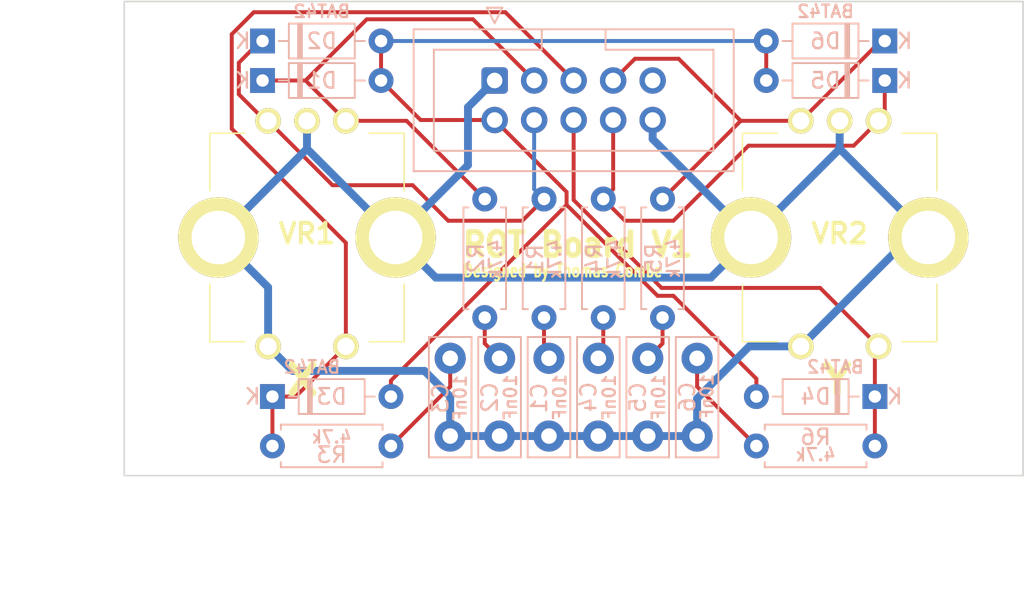
<source format=kicad_pcb>
(kicad_pcb (version 20221018) (generator pcbnew)
  (title_block (title "Rotary Encoder Board V1") (date "2025-04-18") (rev "1") (comment 1 "Mounts two rotary encoders, each with buttons"))
  (layers (0 "F.Cu" signal) (31 "B.Cu" signal) (34 "B.Paste" user) (35 "F.Paste" user) (36 "B.SilkS" user "B.Silkscreen") (37 "F.SilkS" user "F.Silkscreen") (38 "B.Mask" user) (39 "F.Mask" user) (44 "Edge.Cuts" user))
  (net 0 "")
  (net 1 "Net-(C1-Pad1)")
  (net 2 "/~{CHB_1}")
  (net 3 "Net-(C2-Pad1)")
  (net 4 "/~{CHA_1}")
  (net 5 "Net-(C3-Pad1)")
  (net 6 "/~{BTN1}")
  (net 7 "Net-(C4-Pad1)")
  (net 8 "/~{CHA_2}")
  (net 9 "Net-(C5-Pad1)")
  (net 10 "/~{CHB_2}")
  (net 11 "Net-(C6-Pad1)")
  (net 12 "/~{BTN2}")
  (net 13 "GND")
  (net 15 "/~{PRESS}")
  (footprint "PEC11R-4220F-S0024:PEC11R4220FS0024" (layer "F.Cu") (at 91.7175 63.4475 180)
    (fp_text reference "VR1" (at 2.5 7.25) (layer "F.SilkS") (effects (font (size 1.27 1.27) (thickness 0.254))))
    (fp_text value "PEC11R-4220F-S0024" hide)
    (fp_line (start -3.75 0.3) (end -1.5 0.3) (stroke (width 0.1)) (layer "F.SilkS"))
    (fp_line (start -3.75 4) (end -3.75 0.3) (stroke (width 0.1)) (layer "F.SilkS"))
    (fp_line (start -3.75 10) (end -3.75 13.7) (stroke (width 0.1)) (layer "F.SilkS"))
    (fp_line (start -3.75 13.7) (end -1.5 13.7) (stroke (width 0.1)) (layer "F.SilkS"))
    (fp_line (start 6.5 0.3) (end 8.75 0.3) (stroke (width 0.1)) (layer "F.SilkS"))
    (fp_line (start 6.5 13.7) (end 8.75 13.7) (stroke (width 0.1)) (layer "F.SilkS"))
    (fp_line (start 8.75 0.3) (end 8.75 4) (stroke (width 0.1)) (layer "F.SilkS"))
    (fp_line (start 8.75 13.7) (end 8.75 10) (stroke (width 0.1)) (layer "F.SilkS"))
    (pad "1" thru_hole circle (at 0 0 270) (size 1.65 1.65) (drill 1.1) (layers "*.Cu" "*.Mask" "F.SilkS") (net 6 "/~{BTN1}"))
    (pad "2" thru_hole circle (at 5 0 270) (size 1.65 1.65) (drill 1.1) (layers "*.Cu" "*.Mask" "F.SilkS") (net 13 "GND"))
    (pad "A1" thru_hole circle (at 0 14.5 270) (size 1.65 1.65) (drill 1.1) (layers "*.Cu" "*.Mask" "F.SilkS") (net 4 "/~{CHA_1}"))
    (pad "B1" thru_hole circle (at 5 14.5 270) (size 1.65 1.65) (drill 1.1) (layers "*.Cu" "*.Mask" "F.SilkS") (net 2 "/~{CHB_1}"))
    (pad "C1" thru_hole circle (at 2.5 14.5 270) (size 1.65 1.65) (drill 1.1) (layers "*.Cu" "*.Mask" "F.SilkS") (net 13 "GND"))
    (pad "MH1" thru_hole circle (at -3.2 7 270) (size 5.161 5.161) (drill 3.4409) (layers "*.Cu" "*.Mask" "F.SilkS") (net 13 "GND"))
    (pad "MH2" thru_hole circle (at 8.2 7 270) (size 5.161 5.161) (drill 3.4409) (layers "*.Cu" "*.Mask" "F.SilkS") (net 13 "GND"))
  )
  (footprint "MountingHole:MountingHole_3.2mm_M3" (layer "F.Cu") (at 131.445 67.6275)
    (fp_text reference "H4" hide)
    (fp_text value "MountingHole" hide)
    (pad "" np_thru_hole circle (at 0 0) (size 3.2 3.2) (drill 3.2) (layers "*.Cu" "*.Mask"))
  )
  (footprint "MountingHole:MountingHole_3.2mm_M3" (layer "F.Cu") (at 81.28 45.085)
    (fp_text reference "H1" hide)
    (fp_text value "MountingHole" hide)
    (pad "" np_thru_hole circle (at 0 0) (size 3.2 3.2) (drill 3.2) (layers "*.Cu" "*.Mask"))
  )
  (footprint "MountingHole:MountingHole_3.2mm_M3" (layer "F.Cu") (at 131.445 45.085)
    (fp_text reference "H2" hide)
    (fp_text value "MountingHole" hide)
    (pad "" np_thru_hole circle (at 0 0) (size 3.2 3.2) (drill 3.2) (layers "*.Cu" "*.Mask"))
  )
  (footprint "MountingHole:MountingHole_3.2mm_M3" (layer "F.Cu") (at 81.28 67.6275)
    (fp_text reference "H3" hide)
    (fp_text value "MountingHole" hide)
    (pad "" np_thru_hole circle (at 0 0) (size 3.2 3.2) (drill 3.2) (layers "*.Cu" "*.Mask"))
  )
  (footprint "PEC11R-4220F-S0024:PEC11R4220FS0024" (layer "F.Cu") (at 125.9675 63.4475 180)
    (fp_text reference "VR2" (at 2.5 7.25) (layer "F.SilkS") (effects (font (size 1.27 1.27) (thickness 0.254))))
    (fp_text value "PEC11R-4220F-S0024" hide)
    (fp_line (start -3.75 0.3) (end -1.5 0.3) (stroke (width 0.1)) (layer "F.SilkS"))
    (fp_line (start -3.75 4) (end -3.75 0.3) (stroke (width 0.1)) (layer "F.SilkS"))
    (fp_line (start -3.75 10) (end -3.75 13.7) (stroke (width 0.1)) (layer "F.SilkS"))
    (fp_line (start -3.75 13.7) (end -1.5 13.7) (stroke (width 0.1)) (layer "F.SilkS"))
    (fp_line (start 6.5 0.3) (end 8.75 0.3) (stroke (width 0.1)) (layer "F.SilkS"))
    (fp_line (start 6.5 13.7) (end 8.75 13.7) (stroke (width 0.1)) (layer "F.SilkS"))
    (fp_line (start 8.75 0.3) (end 8.75 4) (stroke (width 0.1)) (layer "F.SilkS"))
    (fp_line (start 8.75 13.7) (end 8.75 10) (stroke (width 0.1)) (layer "F.SilkS"))
    (pad "1" thru_hole circle (at 0 0 270) (size 1.65 1.65) (drill 1.1) (layers "*.Cu" "*.Mask" "F.SilkS") (net 12 "/~{BTN2}"))
    (pad "2" thru_hole circle (at 5 0 270) (size 1.65 1.65) (drill 1.1) (layers "*.Cu" "*.Mask" "F.SilkS") (net 13 "GND"))
    (pad "A1" thru_hole circle (at 0 14.5 270) (size 1.65 1.65) (drill 1.1) (layers "*.Cu" "*.Mask" "F.SilkS") (net 8 "/~{CHA_2}"))
    (pad "B1" thru_hole circle (at 5 14.5 270) (size 1.65 1.65) (drill 1.1) (layers "*.Cu" "*.Mask" "F.SilkS") (net 10 "/~{CHB_2}"))
    (pad "C1" thru_hole circle (at 2.5 14.5 270) (size 1.65 1.65) (drill 1.1) (layers "*.Cu" "*.Mask" "F.SilkS") (net 13 "GND"))
    (pad "MH1" thru_hole circle (at -3.2 7 270) (size 5.161 5.161) (drill 3.4409) (layers "*.Cu" "*.Mask" "F.SilkS") (net 13 "GND"))
    (pad "MH2" thru_hole circle (at 8.2 7 270) (size 5.161 5.161) (drill 3.4409) (layers "*.Cu" "*.Mask" "F.SilkS") (net 13 "GND"))
  )
  (footprint "Resistor_THT:R_Axial_DIN0207_L6.3mm_D2.5mm_P7.62mm_Horizontal" (layer "B.Cu") (at 100.6475 61.595 90)
    (fp_text reference "R2" (at 3.81 -0.5715 90) (layer "B.SilkS") (effects (justify mirror)))
    (fp_text value "4.7k" (at 3.7465 0.6985 90) (layer "B.SilkS") (effects (font (size 0.8 0.8)) (justify mirror)))
    (fp_line (start 0.54 -1.37) (end 7.08 -1.37) (stroke (width 0.12)) (layer "B.SilkS"))
    (fp_line (start 0.54 -1.04) (end 0.54 -1.37) (stroke (width 0.12)) (layer "B.SilkS"))
    (fp_line (start 0.54 1.04) (end 0.54 1.37) (stroke (width 0.12)) (layer "B.SilkS"))
    (fp_line (start 0.54 1.37) (end 7.08 1.37) (stroke (width 0.12)) (layer "B.SilkS"))
    (fp_line (start 7.08 -1.37) (end 7.08 -1.04) (stroke (width 0.12)) (layer "B.SilkS"))
    (fp_line (start 7.08 1.37) (end 7.08 1.04) (stroke (width 0.12)) (layer "B.SilkS"))
    (pad "1" thru_hole circle (at 0 0 90) (size 1.6 1.6) (drill 0.8) (layers "*.Cu" "*.Mask") (net 3 "Net-(C2-Pad1)"))
    (pad "2" thru_hole oval (at 7.62 0 90) (size 1.6 1.6) (drill 0.8) (layers "*.Cu" "*.Mask") (net 4 "/~{CHA_1}"))
  )
  (footprint "Resistor_THT:R_Axial_DIN0207_L6.3mm_D2.5mm_P7.62mm_Horizontal" (layer "B.Cu") (at 118.11 69.85)
    (fp_text reference "R6" (at 3.81 -0.5715) (layer "B.SilkS") (effects (justify mirror)))
    (fp_text value "4.7k" (at 3.81 0.5715) (layer "B.SilkS") (effects (font (size 0.8 0.8)) (justify mirror)))
    (fp_line (start 0.54 -1.37) (end 7.08 -1.37) (stroke (width 0.12)) (layer "B.SilkS"))
    (fp_line (start 0.54 -1.04) (end 0.54 -1.37) (stroke (width 0.12)) (layer "B.SilkS"))
    (fp_line (start 0.54 1.04) (end 0.54 1.37) (stroke (width 0.12)) (layer "B.SilkS"))
    (fp_line (start 0.54 1.37) (end 7.08 1.37) (stroke (width 0.12)) (layer "B.SilkS"))
    (fp_line (start 7.08 -1.37) (end 7.08 -1.04) (stroke (width 0.12)) (layer "B.SilkS"))
    (fp_line (start 7.08 1.37) (end 7.08 1.04) (stroke (width 0.12)) (layer "B.SilkS"))
    (pad "1" thru_hole circle (at 0 0) (size 1.6 1.6) (drill 0.8) (layers "*.Cu" "*.Mask") (net 11 "Net-(C6-Pad1)"))
    (pad "2" thru_hole oval (at 7.62 0) (size 1.6 1.6) (drill 0.8) (layers "*.Cu" "*.Mask") (net 12 "/~{BTN2}"))
  )
  (footprint "Capacitor_THT:C_Disc_D7.5mm_W2.5mm_P5.00mm" (layer "B.Cu") (at 111.125 64.215 -90)
    (fp_text reference "C5" (at 2.5235 0.635 90) (layer "B.SilkS") (effects (justify mirror)))
    (fp_text value "10nF" (at 2.5235 -0.6985 90) (layer "B.SilkS") (effects (font (size 0.8 0.8)) (justify mirror)))
    (fp_line (start -1.37 -1.37) (end 6.37 -1.37) (stroke (width 0.12)) (layer "B.SilkS"))
    (fp_line (start -1.37 1.37) (end -1.37 -1.37) (stroke (width 0.12)) (layer "B.SilkS"))
    (fp_line (start -1.37 1.37) (end 6.37 1.37) (stroke (width 0.12)) (layer "B.SilkS"))
    (fp_line (start 6.37 1.37) (end 6.37 -1.37) (stroke (width 0.12)) (layer "B.SilkS"))
    (pad "1" thru_hole circle (at 0 0 270) (size 2 2) (drill 1) (layers "*.Cu" "*.Mask") (net 9 "Net-(C5-Pad1)"))
    (pad "2" thru_hole circle (at 5 0 270) (size 2 2) (drill 1) (layers "*.Cu" "*.Mask") (net 13 "GND"))
  )
  (footprint "Capacitor_THT:C_Disc_D7.5mm_W2.5mm_P5.00mm" (layer "B.Cu") (at 107.95 64.215 -90)
    (fp_text reference "C4" (at 2.5 0.635 90) (layer "B.SilkS") (effects (justify mirror)))
    (fp_text value "10nF" (at 2.5235 -0.6985 90) (layer "B.SilkS") (effects (font (size 0.8 0.8)) (justify mirror)))
    (fp_line (start -1.37 -1.37) (end 6.37 -1.37) (stroke (width 0.12)) (layer "B.SilkS"))
    (fp_line (start -1.37 1.37) (end -1.37 -1.37) (stroke (width 0.12)) (layer "B.SilkS"))
    (fp_line (start -1.37 1.37) (end 6.37 1.37) (stroke (width 0.12)) (layer "B.SilkS"))
    (fp_line (start 6.37 1.37) (end 6.37 -1.37) (stroke (width 0.12)) (layer "B.SilkS"))
    (pad "1" thru_hole circle (at 0 0 270) (size 2 2) (drill 1) (layers "*.Cu" "*.Mask") (net 7 "Net-(C4-Pad1)"))
    (pad "2" thru_hole circle (at 5 0 270) (size 2 2) (drill 1) (layers "*.Cu" "*.Mask") (net 13 "GND"))
  )
  (footprint "Diode_THT:D_DO-35_SOD27_P7.62mm_Horizontal" (layer "B.Cu") (at 125.73 66.675 180)
    (fp_text reference "D4" (at 3.81 0) (layer "B.SilkS") (effects (justify mirror)))
    (fp_text value "BAT42" (at 2.54 1.905) (layer "B.SilkS") (effects (font (size 0.8 0.8)) (justify mirror)))
    (fp_text user "K" (at -1.27 0) (layer "B.SilkS") (effects (justify mirror)))
    (fp_line (start 1.04 0) (end 1.69 0) (stroke (width 0.12)) (layer "B.SilkS"))
    (fp_line (start 1.69 -1.12) (end 5.93 -1.12) (stroke (width 0.12)) (layer "B.SilkS"))
    (fp_line (start 1.69 1.12) (end 1.69 -1.12) (stroke (width 0.12)) (layer "B.SilkS"))
    (fp_line (start 2.29 1.12) (end 2.29 -1.12) (stroke (width 0.12)) (layer "B.SilkS"))
    (fp_line (start 2.41 1.12) (end 2.41 -1.12) (stroke (width 0.12)) (layer "B.SilkS"))
    (fp_line (start 2.53 1.12) (end 2.53 -1.12) (stroke (width 0.12)) (layer "B.SilkS"))
    (fp_line (start 5.93 -1.12) (end 5.93 1.12) (stroke (width 0.12)) (layer "B.SilkS"))
    (fp_line (start 5.93 1.12) (end 1.69 1.12) (stroke (width 0.12)) (layer "B.SilkS"))
    (fp_line (start 6.58 0) (end 5.93 0) (stroke (width 0.12)) (layer "B.SilkS"))
    (pad "1" thru_hole rect (at 0 0 180) (size 1.6 1.6) (drill 0.8) (layers "*.Cu" "*.Mask") (net 12 "/~{BTN2}"))
    (pad "2" thru_hole oval (at 7.62 0 180) (size 1.6 1.6) (drill 0.8) (layers "*.Cu" "*.Mask") (net 15 "/~{PRESS}"))
  )
  (footprint "Capacitor_THT:C_Disc_D7.5mm_W2.5mm_P5.00mm" (layer "B.Cu") (at 114.3 64.215 -90)
    (fp_text reference "C6" (at 2.5 0.635 90) (layer "B.SilkS") (effects (justify mirror)))
    (fp_text value "10nF" (at 2.4765 -0.635 90) (layer "B.SilkS") (effects (font (size 0.8 0.8)) (justify mirror)))
    (fp_line (start -1.37 -1.37) (end 6.37 -1.37) (stroke (width 0.12)) (layer "B.SilkS"))
    (fp_line (start -1.37 1.37) (end -1.37 -1.37) (stroke (width 0.12)) (layer "B.SilkS"))
    (fp_line (start -1.37 1.37) (end 6.37 1.37) (stroke (width 0.12)) (layer "B.SilkS"))
    (fp_line (start 6.37 1.37) (end 6.37 -1.37) (stroke (width 0.12)) (layer "B.SilkS"))
    (pad "1" thru_hole circle (at 0 0 270) (size 2 2) (drill 1) (layers "*.Cu" "*.Mask") (net 11 "Net-(C6-Pad1)"))
    (pad "2" thru_hole circle (at 5 0 270) (size 2 2) (drill 1) (layers "*.Cu" "*.Mask") (net 13 "GND"))
  )
  (footprint "Capacitor_THT:C_Disc_D7.5mm_W2.5mm_P5.00mm" (layer "B.Cu") (at 98.425 64.215 -90)
    (fp_text reference "C3" (at 2.5635 0.635 90) (layer "B.SilkS") (effects (justify mirror)))
    (fp_text value "10nF" (at 2.5635 -0.635 90) (layer "B.SilkS") (effects (font (size 0.8 0.8)) (justify mirror)))
    (fp_line (start -1.37 -1.37) (end 6.37 -1.37) (stroke (width 0.12)) (layer "B.SilkS"))
    (fp_line (start -1.37 1.37) (end -1.37 -1.37) (stroke (width 0.12)) (layer "B.SilkS"))
    (fp_line (start -1.37 1.37) (end 6.37 1.37) (stroke (width 0.12)) (layer "B.SilkS"))
    (fp_line (start 6.37 1.37) (end 6.37 -1.37) (stroke (width 0.12)) (layer "B.SilkS"))
    (pad "1" thru_hole circle (at 0 0 270) (size 2 2) (drill 1) (layers "*.Cu" "*.Mask") (net 5 "Net-(C3-Pad1)"))
    (pad "2" thru_hole circle (at 5 0 270) (size 2 2) (drill 1) (layers "*.Cu" "*.Mask") (net 13 "GND"))
  )
  (footprint "Diode_THT:D_DO-35_SOD27_P7.62mm_Horizontal" (layer "B.Cu") (at 86.36 46.355)
    (fp_text reference "D1" (at 3.81 0) (layer "B.SilkS") (effects (justify mirror)))
    (fp_text value "BAT42")
    (fp_text user "K" (at -1.27 0) (layer "B.SilkS") (effects (justify mirror)))
    (fp_line (start 1.04 0) (end 1.69 0) (stroke (width 0.12)) (layer "B.SilkS"))
    (fp_line (start 1.69 -1.12) (end 5.93 -1.12) (stroke (width 0.12)) (layer "B.SilkS"))
    (fp_line (start 1.69 1.12) (end 1.69 -1.12) (stroke (width 0.12)) (layer "B.SilkS"))
    (fp_line (start 2.29 1.12) (end 2.29 -1.12) (stroke (width 0.12)) (layer "B.SilkS"))
    (fp_line (start 2.41 1.12) (end 2.41 -1.12) (stroke (width 0.12)) (layer "B.SilkS"))
    (fp_line (start 2.53 1.12) (end 2.53 -1.12) (stroke (width 0.12)) (layer "B.SilkS"))
    (fp_line (start 5.93 -1.12) (end 5.93 1.12) (stroke (width 0.12)) (layer "B.SilkS"))
    (fp_line (start 5.93 1.12) (end 1.69 1.12) (stroke (width 0.12)) (layer "B.SilkS"))
    (fp_line (start 6.58 0) (end 5.93 0) (stroke (width 0.12)) (layer "B.SilkS"))
    (pad "1" thru_hole rect (at 0 0) (size 1.6 1.6) (drill 0.8) (layers "*.Cu" "*.Mask") (net 4 "/~{CHA_1}"))
    (pad "2" thru_hole oval (at 7.62 0) (size 1.6 1.6) (drill 0.8) (layers "*.Cu" "*.Mask") (net 15 "/~{PRESS}"))
  )
  (footprint "Diode_THT:D_DO-35_SOD27_P7.62mm_Horizontal" (layer "B.Cu") (at 86.36 43.815)
    (fp_text reference "D2" (at 3.81 0) (layer "B.SilkS") (effects (justify mirror)))
    (fp_text value "BAT42" (at 3.81 -1.905) (layer "B.SilkS") (effects (font (size 0.8 0.8)) (justify mirror)))
    (fp_text user "K" (at -1.27 0) (layer "B.SilkS") (effects (justify mirror)))
    (fp_line (start 1.04 0) (end 1.69 0) (stroke (width 0.12)) (layer "B.SilkS"))
    (fp_line (start 1.69 -1.12) (end 5.93 -1.12) (stroke (width 0.12)) (layer "B.SilkS"))
    (fp_line (start 1.69 1.12) (end 1.69 -1.12) (stroke (width 0.12)) (layer "B.SilkS"))
    (fp_line (start 2.29 1.12) (end 2.29 -1.12) (stroke (width 0.12)) (layer "B.SilkS"))
    (fp_line (start 2.41 1.12) (end 2.41 -1.12) (stroke (width 0.12)) (layer "B.SilkS"))
    (fp_line (start 2.53 1.12) (end 2.53 -1.12) (stroke (width 0.12)) (layer "B.SilkS"))
    (fp_line (start 5.93 -1.12) (end 5.93 1.12) (stroke (width 0.12)) (layer "B.SilkS"))
    (fp_line (start 5.93 1.12) (end 1.69 1.12) (stroke (width 0.12)) (layer "B.SilkS"))
    (fp_line (start 6.58 0) (end 5.93 0) (stroke (width 0.12)) (layer "B.SilkS"))
    (pad "1" thru_hole rect (at 0 0) (size 1.6 1.6) (drill 0.8) (layers "*.Cu" "*.Mask") (net 2 "/~{CHB_1}"))
    (pad "2" thru_hole oval (at 7.62 0) (size 1.6 1.6) (drill 0.8) (layers "*.Cu" "*.Mask") (net 15 "/~{PRESS}"))
  )
  (footprint "Capacitor_THT:C_Disc_D7.5mm_W2.5mm_P5.00mm" (layer "B.Cu") (at 104.775 64.215 -90)
    (fp_text reference "C1" (at 2.5635 0.635 90) (layer "B.SilkS") (effects (justify mirror)))
    (fp_text value "10nF" (at 2.5 -0.6985 90) (layer "B.SilkS") (effects (font (size 0.8 0.8)) (justify mirror)))
    (fp_line (start -1.37 -1.37) (end 6.37 -1.37) (stroke (width 0.12)) (layer "B.SilkS"))
    (fp_line (start -1.37 1.37) (end -1.37 -1.37) (stroke (width 0.12)) (layer "B.SilkS"))
    (fp_line (start -1.37 1.37) (end 6.37 1.37) (stroke (width 0.12)) (layer "B.SilkS"))
    (fp_line (start 6.37 1.37) (end 6.37 -1.37) (stroke (width 0.12)) (layer "B.SilkS"))
    (pad "1" thru_hole circle (at 0 0 270) (size 2 2) (drill 1) (layers "*.Cu" "*.Mask") (net 1 "Net-(C1-Pad1)"))
    (pad "2" thru_hole circle (at 5 0 270) (size 2 2) (drill 1) (layers "*.Cu" "*.Mask") (net 13 "GND"))
  )
  (footprint "Diode_THT:D_DO-35_SOD27_P7.62mm_Horizontal" (layer "B.Cu") (at 86.995 66.675)
    (fp_text reference "D3" (at 3.81 0) (layer "B.SilkS") (effects (justify mirror)))
    (fp_text value "BAT42" (at 2.54 -1.905) (layer "B.SilkS") (effects (font (size 0.8 0.8)) (justify mirror)))
    (fp_text user "K" (at -1.27 0) (layer "B.SilkS") (effects (justify mirror)))
    (fp_line (start 1.04 0) (end 1.69 0) (stroke (width 0.12)) (layer "B.SilkS"))
    (fp_line (start 1.69 -1.12) (end 5.93 -1.12) (stroke (width 0.12)) (layer "B.SilkS"))
    (fp_line (start 1.69 1.12) (end 1.69 -1.12) (stroke (width 0.12)) (layer "B.SilkS"))
    (fp_line (start 2.29 1.12) (end 2.29 -1.12) (stroke (width 0.12)) (layer "B.SilkS"))
    (fp_line (start 2.41 1.12) (end 2.41 -1.12) (stroke (width 0.12)) (layer "B.SilkS"))
    (fp_line (start 2.53 1.12) (end 2.53 -1.12) (stroke (width 0.12)) (layer "B.SilkS"))
    (fp_line (start 5.93 -1.12) (end 5.93 1.12) (stroke (width 0.12)) (layer "B.SilkS"))
    (fp_line (start 5.93 1.12) (end 1.69 1.12) (stroke (width 0.12)) (layer "B.SilkS"))
    (fp_line (start 6.58 0) (end 5.93 0) (stroke (width 0.12)) (layer "B.SilkS"))
    (pad "1" thru_hole rect (at 0 0) (size 1.6 1.6) (drill 0.8) (layers "*.Cu" "*.Mask") (net 6 "/~{BTN1}"))
    (pad "2" thru_hole oval (at 7.62 0) (size 1.6 1.6) (drill 0.8) (layers "*.Cu" "*.Mask") (net 15 "/~{PRESS}"))
  )
  (footprint "Resistor_THT:R_Axial_DIN0207_L6.3mm_D2.5mm_P7.62mm_Horizontal" (layer "B.Cu") (at 104.4575 61.595 90)
    (fp_text reference "R1" (at 3.7465 -0.5715 90) (layer "B.SilkS") (effects (justify mirror)))
    (fp_text value "4.7k" (at 3.7465 0.6985 90) (layer "B.SilkS") (effects (font (size 0.8 0.8)) (justify mirror)))
    (fp_line (start 0.54 -1.37) (end 7.08 -1.37) (stroke (width 0.12)) (layer "B.SilkS"))
    (fp_line (start 0.54 -1.04) (end 0.54 -1.37) (stroke (width 0.12)) (layer "B.SilkS"))
    (fp_line (start 0.54 1.04) (end 0.54 1.37) (stroke (width 0.12)) (layer "B.SilkS"))
    (fp_line (start 0.54 1.37) (end 7.08 1.37) (stroke (width 0.12)) (layer "B.SilkS"))
    (fp_line (start 7.08 -1.37) (end 7.08 -1.04) (stroke (width 0.12)) (layer "B.SilkS"))
    (fp_line (start 7.08 1.37) (end 7.08 1.04) (stroke (width 0.12)) (layer "B.SilkS"))
    (pad "1" thru_hole circle (at 0 0 90) (size 1.6 1.6) (drill 0.8) (layers "*.Cu" "*.Mask") (net 1 "Net-(C1-Pad1)"))
    (pad "2" thru_hole oval (at 7.62 0 90) (size 1.6 1.6) (drill 0.8) (layers "*.Cu" "*.Mask") (net 2 "/~{CHB_1}"))
  )
  (footprint "Capacitor_THT:C_Disc_D7.5mm_W2.5mm_P5.00mm" (layer "B.Cu") (at 101.6 64.215 -90)
    (fp_text reference "C2" (at 2.5235 0.635 90) (layer "B.SilkS") (effects (justify mirror)))
    (fp_text value "10nF" (at 2.5235 -0.6985 90) (layer "B.SilkS") (effects (font (size 0.8 0.8)) (justify mirror)))
    (fp_line (start -1.37 -1.37) (end 6.37 -1.37) (stroke (width 0.12)) (layer "B.SilkS"))
    (fp_line (start -1.37 1.37) (end -1.37 -1.37) (stroke (width 0.12)) (layer "B.SilkS"))
    (fp_line (start -1.37 1.37) (end 6.37 1.37) (stroke (width 0.12)) (layer "B.SilkS"))
    (fp_line (start 6.37 1.37) (end 6.37 -1.37) (stroke (width 0.12)) (layer "B.SilkS"))
    (pad "1" thru_hole circle (at 0 0 270) (size 2 2) (drill 1) (layers "*.Cu" "*.Mask") (net 3 "Net-(C2-Pad1)"))
    (pad "2" thru_hole circle (at 5 0 270) (size 2 2) (drill 1) (layers "*.Cu" "*.Mask") (net 13 "GND"))
  )
  (footprint "Resistor_THT:R_Axial_DIN0207_L6.3mm_D2.5mm_P7.62mm_Horizontal" (layer "B.Cu") (at 112.0775 61.595 90)
    (fp_text reference "R5" (at 3.81 -0.5715 90) (layer "B.SilkS") (effects (justify mirror)))
    (fp_text value "4.7k" (at 3.81 0.6985 90) (layer "B.SilkS") (effects (font (size 0.8 0.8)) (justify mirror)))
    (fp_line (start 0.54 -1.37) (end 7.08 -1.37) (stroke (width 0.12)) (layer "B.SilkS"))
    (fp_line (start 0.54 -1.04) (end 0.54 -1.37) (stroke (width 0.12)) (layer "B.SilkS"))
    (fp_line (start 0.54 1.04) (end 0.54 1.37) (stroke (width 0.12)) (layer "B.SilkS"))
    (fp_line (start 0.54 1.37) (end 7.08 1.37) (stroke (width 0.12)) (layer "B.SilkS"))
    (fp_line (start 7.08 -1.37) (end 7.08 -1.04) (stroke (width 0.12)) (layer "B.SilkS"))
    (fp_line (start 7.08 1.37) (end 7.08 1.04) (stroke (width 0.12)) (layer "B.SilkS"))
    (pad "1" thru_hole circle (at 0 0 90) (size 1.6 1.6) (drill 0.8) (layers "*.Cu" "*.Mask") (net 9 "Net-(C5-Pad1)"))
    (pad "2" thru_hole oval (at 7.62 0 90) (size 1.6 1.6) (drill 0.8) (layers "*.Cu" "*.Mask") (net 10 "/~{CHB_2}"))
  )
  (footprint "Resistor_THT:R_Axial_DIN0207_L6.3mm_D2.5mm_P7.62mm_Horizontal" (layer "B.Cu") (at 108.2675 61.595 90)
    (fp_text reference "R4" (at 3.81 -0.5715 90) (layer "B.SilkS") (effects (justify mirror)))
    (fp_text value "4.7k" (at 3.7465 0.6985 90) (layer "B.SilkS") (effects (font (size 0.8 0.8)) (justify mirror)))
    (fp_line (start 0.54 -1.37) (end 7.08 -1.37) (stroke (width 0.12)) (layer "B.SilkS"))
    (fp_line (start 0.54 -1.04) (end 0.54 -1.37) (stroke (width 0.12)) (layer "B.SilkS"))
    (fp_line (start 0.54 1.04) (end 0.54 1.37) (stroke (width 0.12)) (layer "B.SilkS"))
    (fp_line (start 0.54 1.37) (end 7.08 1.37) (stroke (width 0.12)) (layer "B.SilkS"))
    (fp_line (start 7.08 -1.37) (end 7.08 -1.04) (stroke (width 0.12)) (layer "B.SilkS"))
    (fp_line (start 7.08 1.37) (end 7.08 1.04) (stroke (width 0.12)) (layer "B.SilkS"))
    (pad "1" thru_hole circle (at 0 0 90) (size 1.6 1.6) (drill 0.8) (layers "*.Cu" "*.Mask") (net 7 "Net-(C4-Pad1)"))
    (pad "2" thru_hole oval (at 7.62 0 90) (size 1.6 1.6) (drill 0.8) (layers "*.Cu" "*.Mask") (net 8 "/~{CHA_2}"))
  )
  (footprint "Diode_THT:D_DO-35_SOD27_P7.62mm_Horizontal" (layer "B.Cu") (at 126.365 43.815 180)
    (fp_text reference "D6" (at 3.81 0) (layer "B.SilkS") (effects (justify mirror)))
    (fp_text value "BAT42" (at 3.81 1.905) (layer "B.SilkS") (effects (font (size 0.8 0.8)) (justify mirror)))
    (fp_text user "K" (at -1.27 0) (layer "B.SilkS") (effects (justify mirror)))
    (fp_line (start 1.04 0) (end 1.69 0) (stroke (width 0.12)) (layer "B.SilkS"))
    (fp_line (start 1.69 -1.12) (end 5.93 -1.12) (stroke (width 0.12)) (layer "B.SilkS"))
    (fp_line (start 1.69 1.12) (end 1.69 -1.12) (stroke (width 0.12)) (layer "B.SilkS"))
    (fp_line (start 2.29 1.12) (end 2.29 -1.12) (stroke (width 0.12)) (layer "B.SilkS"))
    (fp_line (start 2.41 1.12) (end 2.41 -1.12) (stroke (width 0.12)) (layer "B.SilkS"))
    (fp_line (start 2.53 1.12) (end 2.53 -1.12) (stroke (width 0.12)) (layer "B.SilkS"))
    (fp_line (start 5.93 -1.12) (end 5.93 1.12) (stroke (width 0.12)) (layer "B.SilkS"))
    (fp_line (start 5.93 1.12) (end 1.69 1.12) (stroke (width 0.12)) (layer "B.SilkS"))
    (fp_line (start 6.58 0) (end 5.93 0) (stroke (width 0.12)) (layer "B.SilkS"))
    (pad "1" thru_hole rect (at 0 0 180) (size 1.6 1.6) (drill 0.8) (layers "*.Cu" "*.Mask") (net 10 "/~{CHB_2}"))
    (pad "2" thru_hole oval (at 7.62 0 180) (size 1.6 1.6) (drill 0.8) (layers "*.Cu" "*.Mask") (net 15 "/~{PRESS}"))
  )
  (footprint "Diode_THT:D_DO-35_SOD27_P7.62mm_Horizontal" (layer "B.Cu") (at 126.365 46.355 180)
    (fp_text reference "D5" (at 3.81 0) (layer "B.SilkS") (effects (justify mirror)))
    (fp_text value "BAT42")
    (fp_text user "K" (at -1.27 0) (layer "B.SilkS") (effects (justify mirror)))
    (fp_line (start 1.04 0) (end 1.69 0) (stroke (width 0.12)) (layer "B.SilkS"))
    (fp_line (start 1.69 -1.12) (end 5.93 -1.12) (stroke (width 0.12)) (layer "B.SilkS"))
    (fp_line (start 1.69 1.12) (end 1.69 -1.12) (stroke (width 0.12)) (layer "B.SilkS"))
    (fp_line (start 2.29 1.12) (end 2.29 -1.12) (stroke (width 0.12)) (layer "B.SilkS"))
    (fp_line (start 2.41 1.12) (end 2.41 -1.12) (stroke (width 0.12)) (layer "B.SilkS"))
    (fp_line (start 2.53 1.12) (end 2.53 -1.12) (stroke (width 0.12)) (layer "B.SilkS"))
    (fp_line (start 5.93 -1.12) (end 5.93 1.12) (stroke (width 0.12)) (layer "B.SilkS"))
    (fp_line (start 5.93 1.12) (end 1.69 1.12) (stroke (width 0.12)) (layer "B.SilkS"))
    (fp_line (start 6.58 0) (end 5.93 0) (stroke (width 0.12)) (layer "B.SilkS"))
    (pad "1" thru_hole rect (at 0 0 180) (size 1.6 1.6) (drill 0.8) (layers "*.Cu" "*.Mask") (net 8 "/~{CHA_2}"))
    (pad "2" thru_hole oval (at 7.62 0 180) (size 1.6 1.6) (drill 0.8) (layers "*.Cu" "*.Mask") (net 15 "/~{PRESS}"))
  )
  (footprint "Connector_IDC:IDC-Header_2x05_P2.54mm_Vertical" (layer "B.Cu") (at 101.2825 46.355 -90)
    (fp_text reference "J1" hide)
    (fp_text value "Conn_01x10")
    (fp_line (start -4.68 -0.5) (end -3.68 0) (stroke (width 0.12)) (layer "B.SilkS"))
    (fp_line (start -4.68 0.5) (end -4.68 -0.5) (stroke (width 0.12)) (layer "B.SilkS"))
    (fp_line (start -3.68 0) (end -4.68 0.5) (stroke (width 0.12)) (layer "B.SilkS"))
    (fp_line (start -3.29 -15.37) (end -3.29 5.21) (stroke (width 0.12)) (layer "B.SilkS"))
    (fp_line (start -3.29 -3.03) (end -1.98 -3.03) (stroke (width 0.12)) (layer "B.SilkS"))
    (fp_line (start -3.29 5.21) (end 5.83 5.21) (stroke (width 0.12)) (layer "B.SilkS"))
    (fp_line (start -1.98 -14.07) (end -1.98 -7.13) (stroke (width 0.12)) (layer "B.SilkS"))
    (fp_line (start -1.98 -7.13) (end -3.29 -7.13) (stroke (width 0.12)) (layer "B.SilkS"))
    (fp_line (start -1.98 -7.13) (end -1.98 -7.13) (stroke (width 0.12)) (layer "B.SilkS"))
    (fp_line (start -1.98 -3.03) (end -1.98 3.91) (stroke (width 0.12)) (layer "B.SilkS"))
    (fp_line (start -1.98 3.91) (end 4.52 3.91) (stroke (width 0.12)) (layer "B.SilkS"))
    (fp_line (start 4.52 -14.07) (end -1.98 -14.07) (stroke (width 0.12)) (layer "B.SilkS"))
    (fp_line (start 4.52 3.91) (end 4.52 -14.07) (stroke (width 0.12)) (layer "B.SilkS"))
    (fp_line (start 5.83 -15.37) (end -3.29 -15.37) (stroke (width 0.12)) (layer "B.SilkS"))
    (fp_line (start 5.83 5.21) (end 5.83 -15.37) (stroke (width 0.12)) (layer "B.SilkS"))
    (pad "1" thru_hole roundrect (at 0 0 270) (size 1.7 1.7) (drill 1) (layers "*.Cu" "*.Mask") (roundrect_rratio 0.1470588235) (net 13 "GND"))
    (pad "2" thru_hole circle (at 2.54 0 270) (size 1.7 1.7) (drill 1) (layers "*.Cu" "*.Mask") (net 15 "/~{PRESS}"))
    (pad "3" thru_hole circle (at 0 -2.54 270) (size 1.7 1.7) (drill 1) (layers "*.Cu" "*.Mask") (net 4 "/~{CHA_1}"))
    (pad "4" thru_hole circle (at 2.54 -2.54 270) (size 1.7 1.7) (drill 1) (layers "*.Cu" "*.Mask") (net 2 "/~{CHB_1}"))
    (pad "5" thru_hole circle (at 0 -5.08 270) (size 1.7 1.7) (drill 1) (layers "*.Cu" "*.Mask") (net 6 "/~{BTN1}"))
    (pad "6" thru_hole circle (at 2.54 -5.08 270) (size 1.7 1.7) (drill 1) (layers "*.Cu" "*.Mask") (net 12 "/~{BTN2}"))
    (pad "7" thru_hole circle (at 0 -7.62 270) (size 1.7 1.7) (drill 1) (layers "*.Cu" "*.Mask") (net 10 "/~{CHB_2}"))
    (pad "8" thru_hole circle (at 2.54 -7.62 270) (size 1.7 1.7) (drill 1) (layers "*.Cu" "*.Mask") (net 8 "/~{CHA_2}"))
    (pad "9" thru_hole circle (at 0 -10.16 270) (size 1.7 1.7) (drill 1) (layers "*.Cu" "*.Mask"))
    (pad "10" thru_hole circle (at 2.54 -10.16 270) (size 1.7 1.7) (drill 1) (layers "*.Cu" "*.Mask") (net 13 "GND"))
  )
  (footprint "Resistor_THT:R_Axial_DIN0207_L6.3mm_D2.5mm_P7.62mm_Horizontal" (layer "B.Cu") (at 94.615 69.85 180)
    (fp_text reference "R3" (at 3.81 -0.5715) (layer "B.SilkS") (effects (justify mirror)))
    (fp_text value "4.7k" (at 3.81 0.5715) (layer "B.SilkS") (effects (font (size 0.8 0.8)) (justify mirror)))
    (fp_line (start 0.54 -1.37) (end 7.08 -1.37) (stroke (width 0.12)) (layer "B.SilkS"))
    (fp_line (start 0.54 -1.04) (end 0.54 -1.37) (stroke (width 0.12)) (layer "B.SilkS"))
    (fp_line (start 0.54 1.04) (end 0.54 1.37) (stroke (width 0.12)) (layer "B.SilkS"))
    (fp_line (start 0.54 1.37) (end 7.08 1.37) (stroke (width 0.12)) (layer "B.SilkS"))
    (fp_line (start 7.08 -1.37) (end 7.08 -1.04) (stroke (width 0.12)) (layer "B.SilkS"))
    (fp_line (start 7.08 1.37) (end 7.08 1.04) (stroke (width 0.12)) (layer "B.SilkS"))
    (pad "1" thru_hole circle (at 0 0 180) (size 1.6 1.6) (drill 0.8) (layers "*.Cu" "*.Mask") (net 5 "Net-(C3-Pad1)"))
    (pad "2" thru_hole oval (at 7.62 0 180) (size 1.6 1.6) (drill 0.8) (layers "*.Cu" "*.Mask") (net 6 "/~{BTN1}"))
  )
  (gr_line (start 135.255 41.275) (end 77.47 41.275) (stroke (width 0.1)) (layer "Edge.Cuts"))
  (gr_line (start 77.47 71.755) (end 135.255 71.755) (stroke (width 0.1)) (layer "Edge.Cuts"))
  (gr_line (start 135.255 71.755) (end 135.255 41.275) (stroke (width 0.1)) (layer "Edge.Cuts"))
  (gr_line (start 77.47 41.275) (end 77.47 71.755) (stroke (width 0.1)) (layer "Edge.Cuts"))
  (gr_text "ROT Board V1\n" (at 99.06 57.785) (layer "F.SilkS") (effects (font (size 1.5 1.4) (thickness 0.35) bold) (justify left bottom)))
  (gr_text "Y" (at 124.46 66.675) (layer "F.SilkS") (effects (font (size 1.8 2) (thickness 0.45) bold) (justify left bottom mirror)))
  (gr_text "X" (at 90.17 66.675) (layer "F.SilkS") (effects (font (size 1.8 2) (thickness 0.45) bold) (justify left bottom mirror)))
  (gr_text "Designed by Thomas Combe" (at 99.187 59.055) (layer "F.SilkS") (effects (font (size 0.8 0.6)) (justify left bottom)))
  (segment (start 104.4575 61.595) (end 104.4575 63.8975) (width 0.254) (layer "F.Cu") (net 1))
  (segment (start 104.4575 63.8975) (end 104.775 64.215) (width 0.254) (layer "F.Cu") (net 1))
  (segment (start 98.298 55.372) (end 103.0605 55.372) (width 0.254) (layer "F.Cu") (net 2))
  (segment (start 86.7175 48.9475) (end 90.856 53.086) (width 0.254) (layer "F.Cu") (net 2))
  (segment (start 84.836 47.244) (end 84.836 45.212) (width 0.254) (layer "F.Cu") (net 2))
  (segment (start 84.836 45.212) (end 86.233 43.815) (width 0.254) (layer "F.Cu") (net 2))
  (segment (start 86.5395 48.9475) (end 84.836 47.244) (width 0.254) (layer "F.Cu") (net 2))
  (segment (start 90.856 53.086) (end 96.012 53.086) (width 0.254) (layer "F.Cu") (net 2))
  (segment (start 103.0605 55.372) (end 104.4575 53.975) (width 0.254) (layer "F.Cu") (net 2))
  (segment (start 96.012 53.086) (end 98.298 55.372) (width 0.254) (layer "F.Cu") (net 2))
  (segment (start 86.233 43.815) (end 86.36 43.815) (width 0.254) (layer "F.Cu") (net 2))
  (segment (start 86.7175 48.9475) (end 86.5395 48.9475) (width 0.254) (layer "F.Cu") (net 2))
  (segment (start 103.8225 53.34) (end 104.4575 53.975) (width 0.254) (layer "B.Cu") (net 2))
  (segment (start 103.8225 48.895) (end 103.8225 53.34) (width 0.254) (layer "B.Cu") (net 2))
  (segment (start 100.6475 61.595) (end 100.6475 63.2625) (width 0.254) (layer "F.Cu") (net 3))
  (segment (start 100.6475 63.2625) (end 101.6 64.215) (width 0.254) (layer "F.Cu") (net 3))
  (segment (start 89.125 46.355) (end 93.062 42.418) (width 0.254) (layer "F.Cu") (net 4))
  (segment (start 95.62 48.9475) (end 100.6475 53.975) (width 0.254) (layer "F.Cu") (net 4))
  (segment (start 99.8855 42.418) (end 103.8225 46.355) (width 0.254) (layer "F.Cu") (net 4))
  (segment (start 91.7175 48.9475) (end 95.62 48.9475) (width 0.254) (layer "F.Cu") (net 4))
  (segment (start 93.062 42.418) (end 99.8855 42.418) (width 0.254) (layer "F.Cu") (net 4))
  (segment (start 86.36 46.355) (end 89.125 46.355) (width 0.254) (layer "F.Cu") (net 4))
  (segment (start 91.7175 48.9475) (end 89.125 46.355) (width 0.254) (layer "F.Cu") (net 4))
  (segment (start 94.615 69.85) (end 98.425 66.04) (width 0.254) (layer "F.Cu") (net 5))
  (segment (start 98.425 66.04) (end 98.425 64.215) (width 0.254) (layer "F.Cu") (net 5))
  (segment (start 84.382 49.457) (end 84.382 43.38) (width 0.254) (layer "F.Cu") (net 6))
  (segment (start 88.49 66.675) (end 86.995 66.675) (width 0.254) (layer "F.Cu") (net 6))
  (segment (start 86.995 69.85) (end 86.995 66.675) (width 0.254) (layer "F.Cu") (net 6))
  (segment (start 91.7175 63.4475) (end 88.49 66.675) (width 0.254) (layer "F.Cu") (net 6))
  (segment (start 101.9715 41.964) (end 106.3625 46.355) (width 0.254) (layer "F.Cu") (net 6))
  (segment (start 85.798 41.964) (end 101.9715 41.964) (width 0.254) (layer "F.Cu") (net 6))
  (segment (start 84.382 43.38) (end 85.798 41.964) (width 0.254) (layer "F.Cu") (net 6))
  (segment (start 84.382 49.457) (end 91.7175 56.7925) (width 0.254) (layer "F.Cu") (net 6))
  (segment (start 91.7175 63.4475) (end 91.7175 56.7925) (width 0.254) (layer "F.Cu") (net 6))
  (segment (start 108.2675 63.8975) (end 107.95 64.215) (width 0.254) (layer "F.Cu") (net 7))
  (segment (start 108.2675 61.595) (end 108.2675 63.8975) (width 0.254) (layer "F.Cu") (net 7))
  (segment (start 126.365 46.355) (end 126.365 48.55) (width 0.254) (layer "F.Cu") (net 8))
  (segment (start 126.365 48.55) (end 125.9675 48.9475) (width 0.254) (layer "F.Cu") (net 8))
  (segment (start 124.369 50.546) (end 125.9675 48.9475) (width 0.254) (layer "F.Cu") (net 8))
  (segment (start 108.9025 48.895) (end 108.9025 53.34) (width 0.254) (layer "F.Cu") (net 8))
  (segment (start 112.776 55.372) (end 117.602 50.546) (width 0.254) (layer "F.Cu") (net 8))
  (segment (start 117.602 50.546) (end 124.369 50.546) (width 0.254) (layer "F.Cu") (net 8))
  (segment (start 108.9025 53.34) (end 108.2675 53.975) (width 0.254) (layer "F.Cu") (net 8))
  (segment (start 109.6645 55.372) (end 112.776 55.372) (width 0.254) (layer "F.Cu") (net 8))
  (segment (start 108.2675 53.975) (end 109.6645 55.372) (width 0.254) (layer "F.Cu") (net 8))
  (segment (start 112.0775 61.595) (end 112.0775 63.2625) (width 0.254) (layer "F.Cu") (net 9))
  (segment (start 112.0775 63.2625) (end 111.125 64.215) (width 0.254) (layer "F.Cu") (net 9))
  (segment (start 120.9675 48.9475) (end 126.1 43.815) (width 0.254) (layer "F.Cu") (net 10))
  (segment (start 126.1 43.815) (end 126.365 43.815) (width 0.254) (layer "F.Cu") (net 10))
  (segment (start 112.0775 53.975) (end 117.105 48.9475) (width 0.254) (layer "F.Cu") (net 10))
  (segment (start 117.1685 48.9475) (end 120.9675 48.9475) (width 0.254) (layer "F.Cu") (net 10))
  (segment (start 117.105 48.9475) (end 117.1685 48.9475) (width 0.254) (layer "F.Cu") (net 10))
  (segment (start 113.1155 44.958) (end 117.105 48.9475) (width 0.254) (layer "F.Cu") (net 10))
  (segment (start 108.9025 46.355) (end 110.2995 44.958) (width 0.254) (layer "F.Cu") (net 10))
  (segment (start 110.2995 44.958) (end 113.1155 44.958) (width 0.254) (layer "F.Cu") (net 10))
  (segment (start 118.11 69.85) (end 114.3 66.04) (width 0.254) (layer "F.Cu") (net 11))
  (segment (start 114.3 66.04) (end 114.3 64.215) (width 0.254) (layer "F.Cu") (net 11))
  (segment (start 112.014 59.69) (end 122.21 59.69) (width 0.254) (layer "F.Cu") (net 12))
  (segment (start 122.21 59.69) (end 125.9675 63.4475) (width 0.254) (layer "F.Cu") (net 12))
  (segment (start 106.3625 54.0385) (end 112.014 59.69) (width 0.254) (layer "F.Cu") (net 12))
  (segment (start 106.3625 48.895) (end 106.3625 54.0385) (width 0.254) (layer "F.Cu") (net 12))
  (segment (start 125.73 63.685) (end 125.9675 63.4475) (width 0.254) (layer "F.Cu") (net 12))
  (segment (start 125.73 69.85) (end 125.73 66.675) (width 0.254) (layer "F.Cu") (net 12))
  (segment (start 125.73 66.675) (end 125.73 63.685) (width 0.254) (layer "F.Cu") (net 12))
  (segment (start 127.9675 56.4475) (end 129.1675 56.4475) (width 0.508) (layer "B.Cu") (net 13))
  (segment (start 114.3 66.802) (end 114.3 69.215) (width 0.508) (layer "B.Cu") (net 13))
  (segment (start 98.425 69.215) (end 114.3 69.215) (width 0.508) (layer "B.Cu") (net 13))
  (segment (start 94.9175 56.4475) (end 89.2175 50.7475) (width 0.508) (layer "B.Cu") (net 13))
  (segment (start 86.7175 63.4475) (end 88.294 65.024) (width 0.508) (layer "B.Cu") (net 13))
  (segment (start 86.7175 63.4475) (end 86.7175 59.6475) (width 0.508) (layer "B.Cu") (net 13))
  (segment (start 120.9675 63.4475) (end 117.6545 63.4475) (width 0.508) (layer "B.Cu") (net 13))
  (segment (start 123.4675 50.7475) (end 129.1675 56.4475) (width 0.508) (layer "B.Cu") (net 13))
  (segment (start 115.187 59.028) (end 97.498 59.028) (width 0.508) (layer "B.Cu") (net 13))
  (segment (start 99.568 48.0695) (end 101.2825 46.355) (width 0.508) (layer "B.Cu") (net 13))
  (segment (start 88.294 65.024) (end 96.774 65.024) (width 0.508) (layer "B.Cu") (net 13))
  (segment (start 99.568 51.797) (end 99.568 48.0695) (width 0.508) (layer "B.Cu") (net 13))
  (segment (start 86.7175 59.6475) (end 83.5175 56.4475) (width 0.508) (layer "B.Cu") (net 13))
  (segment (start 123.4675 50.7475) (end 123.4675 48.9475) (width 0.508) (layer "B.Cu") (net 13))
  (segment (start 117.7675 56.4475) (end 111.4425 50.1225) (width 0.508) (layer "B.Cu") (net 13))
  (segment (start 89.2175 50.7475) (end 89.2175 48.9475) (width 0.508) (layer "B.Cu") (net 13))
  (segment (start 117.7675 56.4475) (end 115.187 59.028) (width 0.508) (layer "B.Cu") (net 13))
  (segment (start 111.4425 50.1225) (end 111.4425 48.895) (width 0.508) (layer "B.Cu") (net 13))
  (segment (start 96.774 65.024) (end 98.425 66.675) (width 0.508) (layer "B.Cu") (net 13))
  (segment (start 98.425 66.675) (end 98.425 69.215) (width 0.508) (layer "B.Cu") (net 13))
  (segment (start 117.7675 56.4475) (end 123.4675 50.7475) (width 0.508) (layer "B.Cu") (net 13))
  (segment (start 117.6545 63.4475) (end 114.3 66.802) (width 0.508) (layer "B.Cu") (net 13))
  (segment (start 97.498 59.028) (end 94.9175 56.4475) (width 0.508) (layer "B.Cu") (net 13))
  (segment (start 120.9675 63.4475) (end 127.9675 56.4475) (width 0.508) (layer "B.Cu") (net 13))
  (segment (start 89.2175 50.7475) (end 83.5175 56.4475) (width 0.508) (layer "B.Cu") (net 13))
  (segment (start 94.9175 56.4475) (end 99.568 51.797) (width 0.508) (layer "B.Cu") (net 13))
  (segment (start 111.76 60.198) (end 112.776 60.198) (width 0.254) (layer "F.Cu") (net 15))
  (segment (start 96.52 48.895) (end 93.98 46.355) (width 0.254) (layer "F.Cu") (net 15))
  (segment (start 101.2825 48.895) (end 105.9085 53.521) (width 0.254) (layer "F.Cu") (net 15))
  (segment (start 118.745 43.815) (end 118.745 46.355) (width 0.254) (layer "F.Cu") (net 15))
  (segment (start 93.98 46.355) (end 93.98 43.815) (width 0.254) (layer "F.Cu") (net 15))
  (segment (start 105.918 54.356) (end 105.9085 54.356) (width 0.254) (layer "F.Cu") (net 15))
  (segment (start 111.76 60.198) (end 105.918 54.356) (width 0.254) (layer "F.Cu") (net 15))
  (segment (start 118.11 65.532) (end 118.11 66.675) (width 0.254) (layer "F.Cu") (net 15))
  (segment (start 105.9085 53.521) (end 105.9085 54.356) (width 0.254) (layer "F.Cu") (net 15))
  (segment (start 94.615 65.6495) (end 94.615 66.675) (width 0.254) (layer "F.Cu") (net 15))
  (segment (start 105.9085 54.356) (end 94.615 65.6495) (width 0.254) (layer "F.Cu") (net 15))
  (segment (start 112.776 60.198) (end 118.11 65.532) (width 0.254) (layer "F.Cu") (net 15))
  (segment (start 101.2825 48.895) (end 96.52 48.895) (width 0.254) (layer "F.Cu") (net 15))
  (segment (start 118.745 43.815) (end 93.98 43.815) (width 0.254) (layer "B.Cu") (net 15))
)
</source>
